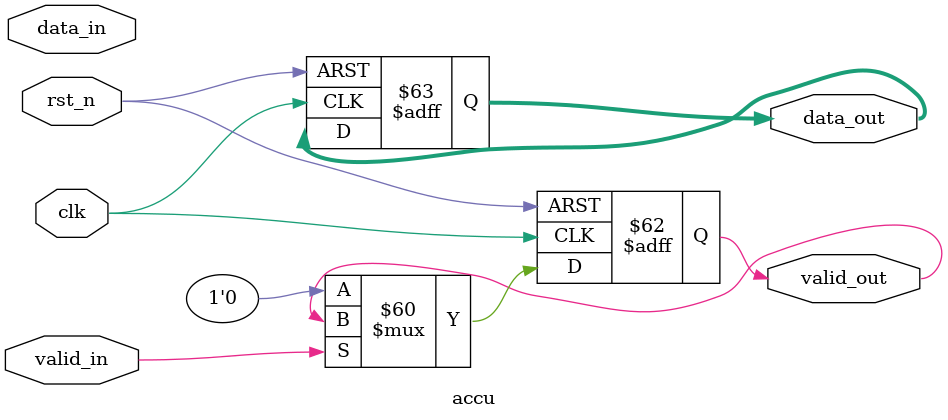
<source format=v>
module accu(
    input               clk         ,   
    input               rst_n       ,
    input       [7:0]   data_in     ,
    input               valid_in     ,
 
    output  reg         valid_out     ,
    output  reg [9:0]   data_out
);

reg [7:0] data_reg [3:0];
reg [1:0] count;

always @(posedge clk or negedge rst_n) begin
    if (~rst_n) begin
        count <= 0;
        valid_out <= 0;
        data_out <= 0;
    end else begin
        if (valid_in) begin
            data_reg[count] <= data_in;
            count <= count + 1;
            if (count == 4) begin
                data_out <= data_reg[0] + data_reg[1] + data_reg[2] + data_reg[3];
                valid_out <= 1;
                count <= 0;
            end
        end else begin
            valid_out <= 0;
        end
    end
end

endmodule
</source>
